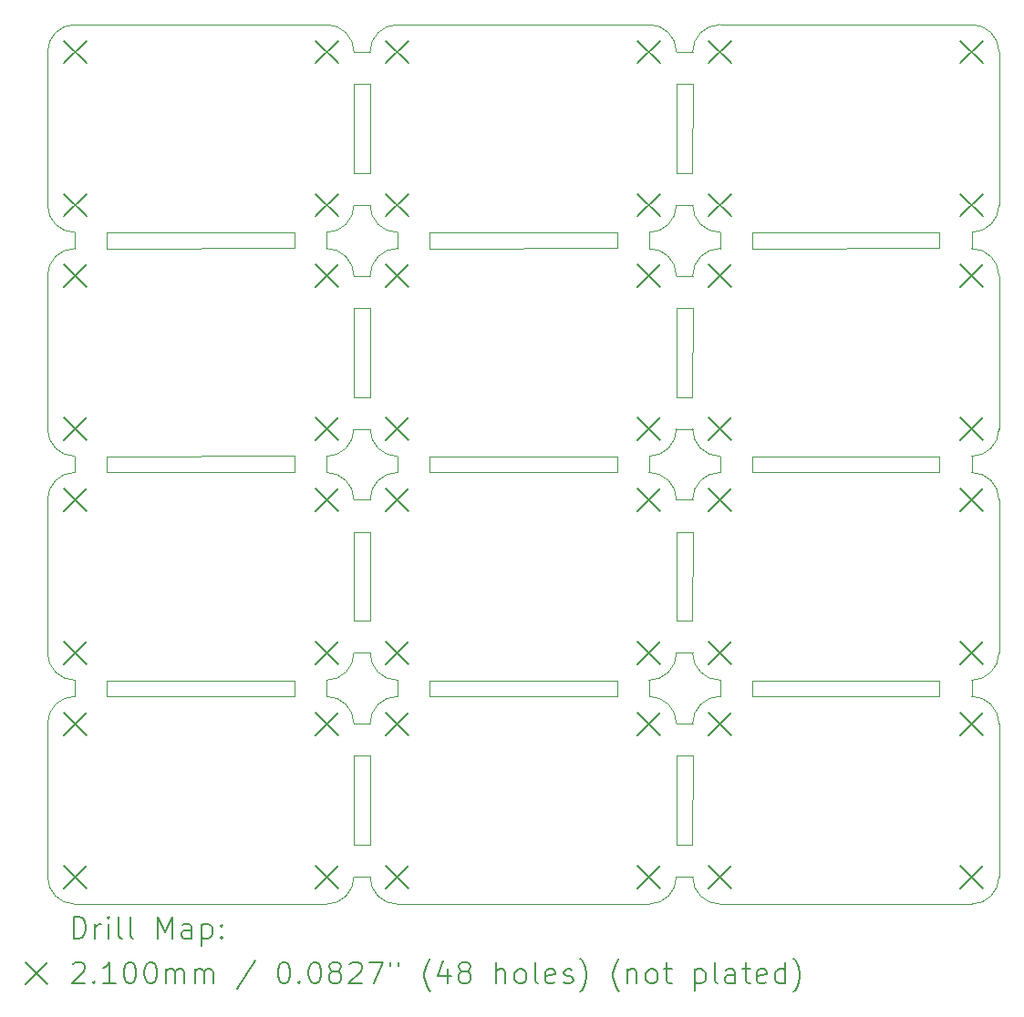
<source format=gbr>
%TF.GenerationSoftware,KiCad,Pcbnew,7.0.1*%
%TF.CreationDate,2025-06-25T09:37:54+07:00*%
%TF.ProjectId,panelize_2,70616e65-6c69-47a6-955f-322e6b696361,rev?*%
%TF.SameCoordinates,Original*%
%TF.FileFunction,Drillmap*%
%TF.FilePolarity,Positive*%
%FSLAX45Y45*%
G04 Gerber Fmt 4.5, Leading zero omitted, Abs format (unit mm)*
G04 Created by KiCad (PCBNEW 7.0.1) date 2025-06-25 09:37:54*
%MOMM*%
%LPD*%
G01*
G04 APERTURE LIST*
%ADD10C,0.100000*%
%ADD11C,0.200000*%
%ADD12C,0.210000*%
G04 APERTURE END LIST*
D10*
X16010600Y-12467400D02*
X17752200Y-12466000D01*
X12465000Y-9006000D02*
X12463400Y-9833200D01*
X12316400Y-9833200D02*
X12315000Y-9006000D01*
X15458200Y-9833200D02*
X15459800Y-9006000D01*
X15309800Y-9006000D02*
X15311200Y-9833200D01*
X17752200Y-10385600D02*
X16010600Y-10387000D01*
X16010600Y-10534000D02*
X17752200Y-10532600D01*
X10021000Y-10387000D02*
X11762600Y-10382600D01*
X11762600Y-10532600D02*
X10021000Y-10534000D01*
X14757400Y-10385600D02*
X13015800Y-10387000D01*
X13015800Y-10534000D02*
X14757400Y-10532600D01*
X12463400Y-11913600D02*
X12465000Y-11086400D01*
X12315000Y-11086400D02*
X12316400Y-11913600D01*
X10021000Y-12467400D02*
X11762600Y-12463000D01*
X10021000Y-12614400D02*
X11762600Y-12613000D01*
X12463400Y-13994000D02*
X12465000Y-13166800D01*
X12315000Y-13166800D02*
X12316400Y-13994000D01*
X13015800Y-12467400D02*
X14757400Y-12466000D01*
X13015800Y-12614400D02*
X14757400Y-12613000D01*
X15458200Y-11913600D02*
X15459800Y-11086400D01*
X15309800Y-11086400D02*
X15311200Y-11913600D01*
X16010600Y-12614400D02*
X17752200Y-12613000D01*
X15459800Y-13166800D02*
X15458200Y-13994000D01*
X15311200Y-13994000D02*
X15309800Y-13166800D01*
X16010600Y-14547800D02*
X17752200Y-14546400D01*
X16010600Y-14694800D02*
X17752200Y-14693400D01*
X15459800Y-15247200D02*
X15458200Y-16074400D01*
X15309800Y-15247200D02*
X15311200Y-16074400D01*
X14757400Y-14693400D02*
X13015800Y-14694800D01*
X13015800Y-14547800D02*
X14757400Y-14546400D01*
X12463400Y-16074400D02*
X12462000Y-15247200D01*
X12312000Y-15247200D02*
X12316400Y-16074400D01*
X11762600Y-14546400D02*
X10021000Y-14547800D01*
X10021000Y-14694800D02*
X11762600Y-14693400D01*
X12060200Y-16626000D02*
X9723400Y-16626000D01*
X14757400Y-10532600D02*
X14757400Y-10385600D01*
X15055000Y-10384800D02*
X15055000Y-10534800D01*
X14757400Y-12613000D02*
X14757400Y-12466000D01*
X15055000Y-12465200D02*
X15055000Y-12615200D01*
X14757400Y-14693400D02*
X14757400Y-14546400D01*
X15055000Y-14545600D02*
X15055000Y-14695600D01*
X15309000Y-14949600D02*
X15459000Y-14949600D01*
X15459800Y-15247200D02*
X15309800Y-15247200D01*
X15309000Y-12869200D02*
X15459000Y-12869200D01*
X15459800Y-13166800D02*
X15309800Y-13166800D01*
X15309000Y-10788800D02*
X15459000Y-10788800D01*
X15459800Y-11086400D02*
X15309800Y-11086400D01*
X15309000Y-8708400D02*
X15459000Y-8708400D01*
X15459800Y-9006000D02*
X15309800Y-9006000D01*
X12314200Y-8708400D02*
X12464200Y-8708400D01*
X12465000Y-9006000D02*
X12315000Y-9006000D01*
X12314200Y-10788800D02*
X12464200Y-10788800D01*
X12465000Y-11086400D02*
X12315000Y-11086400D01*
X12314200Y-12869200D02*
X12464200Y-12869200D01*
X12465000Y-13166800D02*
X12315000Y-13166800D01*
X12314200Y-14949600D02*
X12464200Y-14949600D01*
X12462000Y-15247200D02*
X12312000Y-15247200D01*
X15311200Y-16074400D02*
X15458200Y-16074400D01*
X15459000Y-16372000D02*
X15309000Y-16372000D01*
X15311200Y-13994000D02*
X15458200Y-13994000D01*
X15459000Y-14291600D02*
X15309000Y-14291600D01*
X15311200Y-11913600D02*
X15458200Y-11913600D01*
X15459000Y-12211200D02*
X15309000Y-12211200D01*
X15311200Y-9833200D02*
X15458200Y-9833200D01*
X15459000Y-10130800D02*
X15309000Y-10130800D01*
X12316400Y-9833200D02*
X12463400Y-9833200D01*
X12464200Y-10130800D02*
X12314200Y-10130800D01*
X12316400Y-11913600D02*
X12463400Y-11913600D01*
X12464200Y-12211200D02*
X12314200Y-12211200D01*
X12316400Y-13994000D02*
X12463400Y-13994000D01*
X12464200Y-14291600D02*
X12314200Y-14291600D01*
X12316400Y-16074400D02*
X12463400Y-16074400D01*
X12464200Y-16372000D02*
X12314200Y-16372000D01*
X17752200Y-14693400D02*
X17752200Y-14546400D01*
X18049800Y-14545600D02*
X18049800Y-14695600D01*
X17752200Y-12613000D02*
X17752200Y-12466000D01*
X18049800Y-12465200D02*
X18049800Y-12615200D01*
X17752200Y-10532600D02*
X17752200Y-10385600D01*
X18049800Y-10384800D02*
X18049800Y-10534800D01*
X16010600Y-10387000D02*
X16010600Y-10534000D01*
X15713000Y-10534800D02*
X15713000Y-10384800D01*
X16010600Y-12467400D02*
X16010600Y-12614400D01*
X15713000Y-12615200D02*
X15713000Y-12465200D01*
X16010600Y-14547800D02*
X16010600Y-14694800D01*
X15713000Y-14695600D02*
X15713000Y-14545600D01*
X13015800Y-14547800D02*
X13015800Y-14694800D01*
X12718200Y-14695600D02*
X12718200Y-14545600D01*
X13015800Y-12467400D02*
X13015800Y-12614400D01*
X12718200Y-12615200D02*
X12718200Y-12465200D01*
X13015800Y-10387000D02*
X13015800Y-10534000D01*
X12718200Y-10534800D02*
X12718200Y-10384800D01*
X11762600Y-14693400D02*
X11762600Y-14546400D01*
X12060200Y-14545600D02*
X12060200Y-14695600D01*
X10021000Y-14547800D02*
X10021000Y-14694800D01*
X9723400Y-14695600D02*
X9723400Y-14545600D01*
X10021000Y-12467400D02*
X10021000Y-12614400D01*
X9723400Y-12615200D02*
X9723400Y-12465200D01*
X12060200Y-12465200D02*
X12060200Y-12615200D01*
X11762600Y-12613000D02*
X11762600Y-12463000D01*
X12060200Y-10384800D02*
X12060200Y-10534800D01*
X11762600Y-10532600D02*
X11762600Y-10382600D01*
X10021000Y-10387000D02*
X10021000Y-10534000D01*
X9723400Y-10534800D02*
X9723400Y-10384800D01*
X15713000Y-14695600D02*
G75*
G03*
X15459000Y-14949600I0J-254000D01*
G01*
X18303800Y-14949600D02*
G75*
G03*
X18049800Y-14695600I-254000J0D01*
G01*
X15459000Y-16372000D02*
G75*
G03*
X15713000Y-16626000I254000J0D01*
G01*
X18049800Y-16626000D02*
G75*
G03*
X18303800Y-16372000I0J254000D01*
G01*
X18049800Y-16626000D02*
X15713000Y-16626000D01*
X18303800Y-14949600D02*
X18303800Y-16372000D01*
X12718200Y-14695600D02*
G75*
G03*
X12464200Y-14949600I0J-254000D01*
G01*
X15309000Y-14949600D02*
G75*
G03*
X15055000Y-14695600I-254000J0D01*
G01*
X12464200Y-16372000D02*
G75*
G03*
X12718200Y-16626000I254000J0D01*
G01*
X15055000Y-16626000D02*
G75*
G03*
X15309000Y-16372000I0J254000D01*
G01*
X15055000Y-16626000D02*
X12718200Y-16626000D01*
X9723400Y-14695600D02*
G75*
G03*
X9469400Y-14949600I0J-254000D01*
G01*
X12314200Y-14949600D02*
G75*
G03*
X12060200Y-14695600I-254000J0D01*
G01*
X9469400Y-16372000D02*
G75*
G03*
X9723400Y-16626000I254000J0D01*
G01*
X12060200Y-16626000D02*
G75*
G03*
X12314200Y-16372000I0J254000D01*
G01*
X9469400Y-16372000D02*
X9469400Y-14949600D01*
X15713000Y-12615200D02*
G75*
G03*
X15459000Y-12869200I0J-254000D01*
G01*
X18303800Y-12869200D02*
G75*
G03*
X18049800Y-12615200I-254000J0D01*
G01*
X15459000Y-14291600D02*
G75*
G03*
X15713000Y-14545600I254000J0D01*
G01*
X18049800Y-14545600D02*
G75*
G03*
X18303800Y-14291600I0J254000D01*
G01*
X18303800Y-12869200D02*
X18303800Y-14291600D01*
X12718200Y-12615200D02*
G75*
G03*
X12464200Y-12869200I0J-254000D01*
G01*
X15309000Y-12869200D02*
G75*
G03*
X15055000Y-12615200I-254000J0D01*
G01*
X12464200Y-14291600D02*
G75*
G03*
X12718200Y-14545600I254000J0D01*
G01*
X15055000Y-14545600D02*
G75*
G03*
X15309000Y-14291600I0J254000D01*
G01*
X9723400Y-12615200D02*
G75*
G03*
X9469400Y-12869200I0J-254000D01*
G01*
X12314200Y-12869200D02*
G75*
G03*
X12060200Y-12615200I-254000J0D01*
G01*
X9469400Y-14291600D02*
G75*
G03*
X9723400Y-14545600I254000J0D01*
G01*
X12060200Y-14545600D02*
G75*
G03*
X12314200Y-14291600I0J254000D01*
G01*
X9469400Y-14291600D02*
X9469400Y-12869200D01*
X15713000Y-10534800D02*
G75*
G03*
X15459000Y-10788800I0J-254000D01*
G01*
X18303800Y-10788800D02*
G75*
G03*
X18049800Y-10534800I-254000J0D01*
G01*
X15459000Y-12211200D02*
G75*
G03*
X15713000Y-12465200I254000J0D01*
G01*
X18049800Y-12465200D02*
G75*
G03*
X18303800Y-12211200I0J254000D01*
G01*
X18303800Y-10788800D02*
X18303800Y-12211200D01*
X12718200Y-10534800D02*
G75*
G03*
X12464200Y-10788800I0J-254000D01*
G01*
X15309000Y-10788800D02*
G75*
G03*
X15055000Y-10534800I-254000J0D01*
G01*
X12464200Y-12211200D02*
G75*
G03*
X12718200Y-12465200I254000J0D01*
G01*
X15055000Y-12465200D02*
G75*
G03*
X15309000Y-12211200I0J254000D01*
G01*
X9723400Y-10534800D02*
G75*
G03*
X9469400Y-10788800I0J-254000D01*
G01*
X12314200Y-10788800D02*
G75*
G03*
X12060200Y-10534800I-254000J0D01*
G01*
X9469400Y-12211200D02*
G75*
G03*
X9723400Y-12465200I254000J0D01*
G01*
X12060200Y-12465200D02*
G75*
G03*
X12314200Y-12211200I0J254000D01*
G01*
X9469400Y-12211200D02*
X9469400Y-10788800D01*
X15713000Y-8454400D02*
G75*
G03*
X15459000Y-8708400I0J-254000D01*
G01*
X18303800Y-8708400D02*
G75*
G03*
X18049800Y-8454400I-254000J0D01*
G01*
X15459000Y-10130800D02*
G75*
G03*
X15713000Y-10384800I254000J0D01*
G01*
X18049800Y-10384800D02*
G75*
G03*
X18303800Y-10130800I0J254000D01*
G01*
X15713000Y-8454400D02*
X18049800Y-8454400D01*
X18303800Y-8708400D02*
X18303800Y-10130800D01*
X12718200Y-8454400D02*
G75*
G03*
X12464200Y-8708400I0J-254000D01*
G01*
X15309000Y-8708400D02*
G75*
G03*
X15055000Y-8454400I-254000J0D01*
G01*
X12464200Y-10130800D02*
G75*
G03*
X12718200Y-10384800I254000J0D01*
G01*
X15055000Y-10384800D02*
G75*
G03*
X15309000Y-10130800I0J254000D01*
G01*
X12718200Y-8454400D02*
X15055000Y-8454400D01*
X12314200Y-8708400D02*
G75*
G03*
X12060200Y-8454400I-254000J0D01*
G01*
X12060200Y-10384800D02*
G75*
G03*
X12314200Y-10130800I0J254000D01*
G01*
X9469400Y-10130800D02*
X9469400Y-8708400D01*
X9723400Y-8454400D02*
X12060200Y-8454400D01*
X9723400Y-8454400D02*
G75*
G03*
X9469400Y-8708400I0J-254000D01*
G01*
X9469400Y-10130800D02*
G75*
G03*
X9723400Y-10384800I254000J0D01*
G01*
D11*
D12*
X9618400Y-8603400D02*
X9828400Y-8813400D01*
X9828400Y-8603400D02*
X9618400Y-8813400D01*
X9618400Y-10025800D02*
X9828400Y-10235800D01*
X9828400Y-10025800D02*
X9618400Y-10235800D01*
X9618400Y-10683800D02*
X9828400Y-10893800D01*
X9828400Y-10683800D02*
X9618400Y-10893800D01*
X9618400Y-12106200D02*
X9828400Y-12316200D01*
X9828400Y-12106200D02*
X9618400Y-12316200D01*
X9618400Y-12764200D02*
X9828400Y-12974200D01*
X9828400Y-12764200D02*
X9618400Y-12974200D01*
X9618400Y-14186600D02*
X9828400Y-14396600D01*
X9828400Y-14186600D02*
X9618400Y-14396600D01*
X9618400Y-14844600D02*
X9828400Y-15054600D01*
X9828400Y-14844600D02*
X9618400Y-15054600D01*
X9618400Y-16267000D02*
X9828400Y-16477000D01*
X9828400Y-16267000D02*
X9618400Y-16477000D01*
X11955200Y-8603400D02*
X12165200Y-8813400D01*
X12165200Y-8603400D02*
X11955200Y-8813400D01*
X11955200Y-10025800D02*
X12165200Y-10235800D01*
X12165200Y-10025800D02*
X11955200Y-10235800D01*
X11955200Y-10683800D02*
X12165200Y-10893800D01*
X12165200Y-10683800D02*
X11955200Y-10893800D01*
X11955200Y-12106200D02*
X12165200Y-12316200D01*
X12165200Y-12106200D02*
X11955200Y-12316200D01*
X11955200Y-12764200D02*
X12165200Y-12974200D01*
X12165200Y-12764200D02*
X11955200Y-12974200D01*
X11955200Y-14186600D02*
X12165200Y-14396600D01*
X12165200Y-14186600D02*
X11955200Y-14396600D01*
X11955200Y-14844600D02*
X12165200Y-15054600D01*
X12165200Y-14844600D02*
X11955200Y-15054600D01*
X11955200Y-16267000D02*
X12165200Y-16477000D01*
X12165200Y-16267000D02*
X11955200Y-16477000D01*
X12613200Y-8603400D02*
X12823200Y-8813400D01*
X12823200Y-8603400D02*
X12613200Y-8813400D01*
X12613200Y-10025800D02*
X12823200Y-10235800D01*
X12823200Y-10025800D02*
X12613200Y-10235800D01*
X12613200Y-10683800D02*
X12823200Y-10893800D01*
X12823200Y-10683800D02*
X12613200Y-10893800D01*
X12613200Y-12106200D02*
X12823200Y-12316200D01*
X12823200Y-12106200D02*
X12613200Y-12316200D01*
X12613200Y-12764200D02*
X12823200Y-12974200D01*
X12823200Y-12764200D02*
X12613200Y-12974200D01*
X12613200Y-14186600D02*
X12823200Y-14396600D01*
X12823200Y-14186600D02*
X12613200Y-14396600D01*
X12613200Y-14844600D02*
X12823200Y-15054600D01*
X12823200Y-14844600D02*
X12613200Y-15054600D01*
X12613200Y-16267000D02*
X12823200Y-16477000D01*
X12823200Y-16267000D02*
X12613200Y-16477000D01*
X14950000Y-8603400D02*
X15160000Y-8813400D01*
X15160000Y-8603400D02*
X14950000Y-8813400D01*
X14950000Y-10025800D02*
X15160000Y-10235800D01*
X15160000Y-10025800D02*
X14950000Y-10235800D01*
X14950000Y-10683800D02*
X15160000Y-10893800D01*
X15160000Y-10683800D02*
X14950000Y-10893800D01*
X14950000Y-12106200D02*
X15160000Y-12316200D01*
X15160000Y-12106200D02*
X14950000Y-12316200D01*
X14950000Y-12764200D02*
X15160000Y-12974200D01*
X15160000Y-12764200D02*
X14950000Y-12974200D01*
X14950000Y-14186600D02*
X15160000Y-14396600D01*
X15160000Y-14186600D02*
X14950000Y-14396600D01*
X14950000Y-14844600D02*
X15160000Y-15054600D01*
X15160000Y-14844600D02*
X14950000Y-15054600D01*
X14950000Y-16267000D02*
X15160000Y-16477000D01*
X15160000Y-16267000D02*
X14950000Y-16477000D01*
X15608000Y-8603400D02*
X15818000Y-8813400D01*
X15818000Y-8603400D02*
X15608000Y-8813400D01*
X15608000Y-10025800D02*
X15818000Y-10235800D01*
X15818000Y-10025800D02*
X15608000Y-10235800D01*
X15608000Y-10683800D02*
X15818000Y-10893800D01*
X15818000Y-10683800D02*
X15608000Y-10893800D01*
X15608000Y-12106200D02*
X15818000Y-12316200D01*
X15818000Y-12106200D02*
X15608000Y-12316200D01*
X15608000Y-12764200D02*
X15818000Y-12974200D01*
X15818000Y-12764200D02*
X15608000Y-12974200D01*
X15608000Y-14186600D02*
X15818000Y-14396600D01*
X15818000Y-14186600D02*
X15608000Y-14396600D01*
X15608000Y-14844600D02*
X15818000Y-15054600D01*
X15818000Y-14844600D02*
X15608000Y-15054600D01*
X15608000Y-16267000D02*
X15818000Y-16477000D01*
X15818000Y-16267000D02*
X15608000Y-16477000D01*
X17944800Y-8603400D02*
X18154800Y-8813400D01*
X18154800Y-8603400D02*
X17944800Y-8813400D01*
X17944800Y-10025800D02*
X18154800Y-10235800D01*
X18154800Y-10025800D02*
X17944800Y-10235800D01*
X17944800Y-10683800D02*
X18154800Y-10893800D01*
X18154800Y-10683800D02*
X17944800Y-10893800D01*
X17944800Y-12106200D02*
X18154800Y-12316200D01*
X18154800Y-12106200D02*
X17944800Y-12316200D01*
X17944800Y-12764200D02*
X18154800Y-12974200D01*
X18154800Y-12764200D02*
X17944800Y-12974200D01*
X17944800Y-14186600D02*
X18154800Y-14396600D01*
X18154800Y-14186600D02*
X17944800Y-14396600D01*
X17944800Y-14844600D02*
X18154800Y-15054600D01*
X18154800Y-14844600D02*
X17944800Y-15054600D01*
X17944800Y-16267000D02*
X18154800Y-16477000D01*
X18154800Y-16267000D02*
X17944800Y-16477000D01*
D11*
X9712019Y-16943524D02*
X9712019Y-16743524D01*
X9712019Y-16743524D02*
X9759638Y-16743524D01*
X9759638Y-16743524D02*
X9788210Y-16753048D01*
X9788210Y-16753048D02*
X9807257Y-16772095D01*
X9807257Y-16772095D02*
X9816781Y-16791143D01*
X9816781Y-16791143D02*
X9826305Y-16829238D01*
X9826305Y-16829238D02*
X9826305Y-16857810D01*
X9826305Y-16857810D02*
X9816781Y-16895905D01*
X9816781Y-16895905D02*
X9807257Y-16914952D01*
X9807257Y-16914952D02*
X9788210Y-16934000D01*
X9788210Y-16934000D02*
X9759638Y-16943524D01*
X9759638Y-16943524D02*
X9712019Y-16943524D01*
X9912019Y-16943524D02*
X9912019Y-16810190D01*
X9912019Y-16848286D02*
X9921543Y-16829238D01*
X9921543Y-16829238D02*
X9931067Y-16819714D01*
X9931067Y-16819714D02*
X9950114Y-16810190D01*
X9950114Y-16810190D02*
X9969162Y-16810190D01*
X10035829Y-16943524D02*
X10035829Y-16810190D01*
X10035829Y-16743524D02*
X10026305Y-16753048D01*
X10026305Y-16753048D02*
X10035829Y-16762571D01*
X10035829Y-16762571D02*
X10045352Y-16753048D01*
X10045352Y-16753048D02*
X10035829Y-16743524D01*
X10035829Y-16743524D02*
X10035829Y-16762571D01*
X10159638Y-16943524D02*
X10140590Y-16934000D01*
X10140590Y-16934000D02*
X10131067Y-16914952D01*
X10131067Y-16914952D02*
X10131067Y-16743524D01*
X10264400Y-16943524D02*
X10245352Y-16934000D01*
X10245352Y-16934000D02*
X10235829Y-16914952D01*
X10235829Y-16914952D02*
X10235829Y-16743524D01*
X10492971Y-16943524D02*
X10492971Y-16743524D01*
X10492971Y-16743524D02*
X10559638Y-16886381D01*
X10559638Y-16886381D02*
X10626305Y-16743524D01*
X10626305Y-16743524D02*
X10626305Y-16943524D01*
X10807257Y-16943524D02*
X10807257Y-16838762D01*
X10807257Y-16838762D02*
X10797733Y-16819714D01*
X10797733Y-16819714D02*
X10778686Y-16810190D01*
X10778686Y-16810190D02*
X10740590Y-16810190D01*
X10740590Y-16810190D02*
X10721543Y-16819714D01*
X10807257Y-16934000D02*
X10788210Y-16943524D01*
X10788210Y-16943524D02*
X10740590Y-16943524D01*
X10740590Y-16943524D02*
X10721543Y-16934000D01*
X10721543Y-16934000D02*
X10712019Y-16914952D01*
X10712019Y-16914952D02*
X10712019Y-16895905D01*
X10712019Y-16895905D02*
X10721543Y-16876857D01*
X10721543Y-16876857D02*
X10740590Y-16867333D01*
X10740590Y-16867333D02*
X10788210Y-16867333D01*
X10788210Y-16867333D02*
X10807257Y-16857810D01*
X10902495Y-16810190D02*
X10902495Y-17010190D01*
X10902495Y-16819714D02*
X10921543Y-16810190D01*
X10921543Y-16810190D02*
X10959638Y-16810190D01*
X10959638Y-16810190D02*
X10978686Y-16819714D01*
X10978686Y-16819714D02*
X10988210Y-16829238D01*
X10988210Y-16829238D02*
X10997733Y-16848286D01*
X10997733Y-16848286D02*
X10997733Y-16905429D01*
X10997733Y-16905429D02*
X10988210Y-16924476D01*
X10988210Y-16924476D02*
X10978686Y-16934000D01*
X10978686Y-16934000D02*
X10959638Y-16943524D01*
X10959638Y-16943524D02*
X10921543Y-16943524D01*
X10921543Y-16943524D02*
X10902495Y-16934000D01*
X11083448Y-16924476D02*
X11092971Y-16934000D01*
X11092971Y-16934000D02*
X11083448Y-16943524D01*
X11083448Y-16943524D02*
X11073924Y-16934000D01*
X11073924Y-16934000D02*
X11083448Y-16924476D01*
X11083448Y-16924476D02*
X11083448Y-16943524D01*
X11083448Y-16819714D02*
X11092971Y-16829238D01*
X11092971Y-16829238D02*
X11083448Y-16838762D01*
X11083448Y-16838762D02*
X11073924Y-16829238D01*
X11073924Y-16829238D02*
X11083448Y-16819714D01*
X11083448Y-16819714D02*
X11083448Y-16838762D01*
X9264400Y-17171000D02*
X9464400Y-17371000D01*
X9464400Y-17171000D02*
X9264400Y-17371000D01*
X9702495Y-17182571D02*
X9712019Y-17173048D01*
X9712019Y-17173048D02*
X9731067Y-17163524D01*
X9731067Y-17163524D02*
X9778686Y-17163524D01*
X9778686Y-17163524D02*
X9797733Y-17173048D01*
X9797733Y-17173048D02*
X9807257Y-17182571D01*
X9807257Y-17182571D02*
X9816781Y-17201619D01*
X9816781Y-17201619D02*
X9816781Y-17220667D01*
X9816781Y-17220667D02*
X9807257Y-17249238D01*
X9807257Y-17249238D02*
X9692971Y-17363524D01*
X9692971Y-17363524D02*
X9816781Y-17363524D01*
X9902495Y-17344476D02*
X9912019Y-17354000D01*
X9912019Y-17354000D02*
X9902495Y-17363524D01*
X9902495Y-17363524D02*
X9892971Y-17354000D01*
X9892971Y-17354000D02*
X9902495Y-17344476D01*
X9902495Y-17344476D02*
X9902495Y-17363524D01*
X10102495Y-17363524D02*
X9988210Y-17363524D01*
X10045352Y-17363524D02*
X10045352Y-17163524D01*
X10045352Y-17163524D02*
X10026305Y-17192095D01*
X10026305Y-17192095D02*
X10007257Y-17211143D01*
X10007257Y-17211143D02*
X9988210Y-17220667D01*
X10226305Y-17163524D02*
X10245352Y-17163524D01*
X10245352Y-17163524D02*
X10264400Y-17173048D01*
X10264400Y-17173048D02*
X10273924Y-17182571D01*
X10273924Y-17182571D02*
X10283448Y-17201619D01*
X10283448Y-17201619D02*
X10292971Y-17239714D01*
X10292971Y-17239714D02*
X10292971Y-17287333D01*
X10292971Y-17287333D02*
X10283448Y-17325429D01*
X10283448Y-17325429D02*
X10273924Y-17344476D01*
X10273924Y-17344476D02*
X10264400Y-17354000D01*
X10264400Y-17354000D02*
X10245352Y-17363524D01*
X10245352Y-17363524D02*
X10226305Y-17363524D01*
X10226305Y-17363524D02*
X10207257Y-17354000D01*
X10207257Y-17354000D02*
X10197733Y-17344476D01*
X10197733Y-17344476D02*
X10188210Y-17325429D01*
X10188210Y-17325429D02*
X10178686Y-17287333D01*
X10178686Y-17287333D02*
X10178686Y-17239714D01*
X10178686Y-17239714D02*
X10188210Y-17201619D01*
X10188210Y-17201619D02*
X10197733Y-17182571D01*
X10197733Y-17182571D02*
X10207257Y-17173048D01*
X10207257Y-17173048D02*
X10226305Y-17163524D01*
X10416781Y-17163524D02*
X10435829Y-17163524D01*
X10435829Y-17163524D02*
X10454876Y-17173048D01*
X10454876Y-17173048D02*
X10464400Y-17182571D01*
X10464400Y-17182571D02*
X10473924Y-17201619D01*
X10473924Y-17201619D02*
X10483448Y-17239714D01*
X10483448Y-17239714D02*
X10483448Y-17287333D01*
X10483448Y-17287333D02*
X10473924Y-17325429D01*
X10473924Y-17325429D02*
X10464400Y-17344476D01*
X10464400Y-17344476D02*
X10454876Y-17354000D01*
X10454876Y-17354000D02*
X10435829Y-17363524D01*
X10435829Y-17363524D02*
X10416781Y-17363524D01*
X10416781Y-17363524D02*
X10397733Y-17354000D01*
X10397733Y-17354000D02*
X10388210Y-17344476D01*
X10388210Y-17344476D02*
X10378686Y-17325429D01*
X10378686Y-17325429D02*
X10369162Y-17287333D01*
X10369162Y-17287333D02*
X10369162Y-17239714D01*
X10369162Y-17239714D02*
X10378686Y-17201619D01*
X10378686Y-17201619D02*
X10388210Y-17182571D01*
X10388210Y-17182571D02*
X10397733Y-17173048D01*
X10397733Y-17173048D02*
X10416781Y-17163524D01*
X10569162Y-17363524D02*
X10569162Y-17230190D01*
X10569162Y-17249238D02*
X10578686Y-17239714D01*
X10578686Y-17239714D02*
X10597733Y-17230190D01*
X10597733Y-17230190D02*
X10626305Y-17230190D01*
X10626305Y-17230190D02*
X10645352Y-17239714D01*
X10645352Y-17239714D02*
X10654876Y-17258762D01*
X10654876Y-17258762D02*
X10654876Y-17363524D01*
X10654876Y-17258762D02*
X10664400Y-17239714D01*
X10664400Y-17239714D02*
X10683448Y-17230190D01*
X10683448Y-17230190D02*
X10712019Y-17230190D01*
X10712019Y-17230190D02*
X10731067Y-17239714D01*
X10731067Y-17239714D02*
X10740591Y-17258762D01*
X10740591Y-17258762D02*
X10740591Y-17363524D01*
X10835829Y-17363524D02*
X10835829Y-17230190D01*
X10835829Y-17249238D02*
X10845352Y-17239714D01*
X10845352Y-17239714D02*
X10864400Y-17230190D01*
X10864400Y-17230190D02*
X10892972Y-17230190D01*
X10892972Y-17230190D02*
X10912019Y-17239714D01*
X10912019Y-17239714D02*
X10921543Y-17258762D01*
X10921543Y-17258762D02*
X10921543Y-17363524D01*
X10921543Y-17258762D02*
X10931067Y-17239714D01*
X10931067Y-17239714D02*
X10950114Y-17230190D01*
X10950114Y-17230190D02*
X10978686Y-17230190D01*
X10978686Y-17230190D02*
X10997733Y-17239714D01*
X10997733Y-17239714D02*
X11007257Y-17258762D01*
X11007257Y-17258762D02*
X11007257Y-17363524D01*
X11397733Y-17154000D02*
X11226305Y-17411143D01*
X11654876Y-17163524D02*
X11673924Y-17163524D01*
X11673924Y-17163524D02*
X11692972Y-17173048D01*
X11692972Y-17173048D02*
X11702495Y-17182571D01*
X11702495Y-17182571D02*
X11712019Y-17201619D01*
X11712019Y-17201619D02*
X11721543Y-17239714D01*
X11721543Y-17239714D02*
X11721543Y-17287333D01*
X11721543Y-17287333D02*
X11712019Y-17325429D01*
X11712019Y-17325429D02*
X11702495Y-17344476D01*
X11702495Y-17344476D02*
X11692972Y-17354000D01*
X11692972Y-17354000D02*
X11673924Y-17363524D01*
X11673924Y-17363524D02*
X11654876Y-17363524D01*
X11654876Y-17363524D02*
X11635829Y-17354000D01*
X11635829Y-17354000D02*
X11626305Y-17344476D01*
X11626305Y-17344476D02*
X11616781Y-17325429D01*
X11616781Y-17325429D02*
X11607257Y-17287333D01*
X11607257Y-17287333D02*
X11607257Y-17239714D01*
X11607257Y-17239714D02*
X11616781Y-17201619D01*
X11616781Y-17201619D02*
X11626305Y-17182571D01*
X11626305Y-17182571D02*
X11635829Y-17173048D01*
X11635829Y-17173048D02*
X11654876Y-17163524D01*
X11807257Y-17344476D02*
X11816781Y-17354000D01*
X11816781Y-17354000D02*
X11807257Y-17363524D01*
X11807257Y-17363524D02*
X11797733Y-17354000D01*
X11797733Y-17354000D02*
X11807257Y-17344476D01*
X11807257Y-17344476D02*
X11807257Y-17363524D01*
X11940591Y-17163524D02*
X11959638Y-17163524D01*
X11959638Y-17163524D02*
X11978686Y-17173048D01*
X11978686Y-17173048D02*
X11988210Y-17182571D01*
X11988210Y-17182571D02*
X11997733Y-17201619D01*
X11997733Y-17201619D02*
X12007257Y-17239714D01*
X12007257Y-17239714D02*
X12007257Y-17287333D01*
X12007257Y-17287333D02*
X11997733Y-17325429D01*
X11997733Y-17325429D02*
X11988210Y-17344476D01*
X11988210Y-17344476D02*
X11978686Y-17354000D01*
X11978686Y-17354000D02*
X11959638Y-17363524D01*
X11959638Y-17363524D02*
X11940591Y-17363524D01*
X11940591Y-17363524D02*
X11921543Y-17354000D01*
X11921543Y-17354000D02*
X11912019Y-17344476D01*
X11912019Y-17344476D02*
X11902495Y-17325429D01*
X11902495Y-17325429D02*
X11892972Y-17287333D01*
X11892972Y-17287333D02*
X11892972Y-17239714D01*
X11892972Y-17239714D02*
X11902495Y-17201619D01*
X11902495Y-17201619D02*
X11912019Y-17182571D01*
X11912019Y-17182571D02*
X11921543Y-17173048D01*
X11921543Y-17173048D02*
X11940591Y-17163524D01*
X12121543Y-17249238D02*
X12102495Y-17239714D01*
X12102495Y-17239714D02*
X12092972Y-17230190D01*
X12092972Y-17230190D02*
X12083448Y-17211143D01*
X12083448Y-17211143D02*
X12083448Y-17201619D01*
X12083448Y-17201619D02*
X12092972Y-17182571D01*
X12092972Y-17182571D02*
X12102495Y-17173048D01*
X12102495Y-17173048D02*
X12121543Y-17163524D01*
X12121543Y-17163524D02*
X12159638Y-17163524D01*
X12159638Y-17163524D02*
X12178686Y-17173048D01*
X12178686Y-17173048D02*
X12188210Y-17182571D01*
X12188210Y-17182571D02*
X12197733Y-17201619D01*
X12197733Y-17201619D02*
X12197733Y-17211143D01*
X12197733Y-17211143D02*
X12188210Y-17230190D01*
X12188210Y-17230190D02*
X12178686Y-17239714D01*
X12178686Y-17239714D02*
X12159638Y-17249238D01*
X12159638Y-17249238D02*
X12121543Y-17249238D01*
X12121543Y-17249238D02*
X12102495Y-17258762D01*
X12102495Y-17258762D02*
X12092972Y-17268286D01*
X12092972Y-17268286D02*
X12083448Y-17287333D01*
X12083448Y-17287333D02*
X12083448Y-17325429D01*
X12083448Y-17325429D02*
X12092972Y-17344476D01*
X12092972Y-17344476D02*
X12102495Y-17354000D01*
X12102495Y-17354000D02*
X12121543Y-17363524D01*
X12121543Y-17363524D02*
X12159638Y-17363524D01*
X12159638Y-17363524D02*
X12178686Y-17354000D01*
X12178686Y-17354000D02*
X12188210Y-17344476D01*
X12188210Y-17344476D02*
X12197733Y-17325429D01*
X12197733Y-17325429D02*
X12197733Y-17287333D01*
X12197733Y-17287333D02*
X12188210Y-17268286D01*
X12188210Y-17268286D02*
X12178686Y-17258762D01*
X12178686Y-17258762D02*
X12159638Y-17249238D01*
X12273924Y-17182571D02*
X12283448Y-17173048D01*
X12283448Y-17173048D02*
X12302495Y-17163524D01*
X12302495Y-17163524D02*
X12350114Y-17163524D01*
X12350114Y-17163524D02*
X12369162Y-17173048D01*
X12369162Y-17173048D02*
X12378686Y-17182571D01*
X12378686Y-17182571D02*
X12388210Y-17201619D01*
X12388210Y-17201619D02*
X12388210Y-17220667D01*
X12388210Y-17220667D02*
X12378686Y-17249238D01*
X12378686Y-17249238D02*
X12264400Y-17363524D01*
X12264400Y-17363524D02*
X12388210Y-17363524D01*
X12454876Y-17163524D02*
X12588210Y-17163524D01*
X12588210Y-17163524D02*
X12502495Y-17363524D01*
X12654876Y-17163524D02*
X12654876Y-17201619D01*
X12731067Y-17163524D02*
X12731067Y-17201619D01*
X13026305Y-17439714D02*
X13016781Y-17430190D01*
X13016781Y-17430190D02*
X12997734Y-17401619D01*
X12997734Y-17401619D02*
X12988210Y-17382571D01*
X12988210Y-17382571D02*
X12978686Y-17354000D01*
X12978686Y-17354000D02*
X12969162Y-17306381D01*
X12969162Y-17306381D02*
X12969162Y-17268286D01*
X12969162Y-17268286D02*
X12978686Y-17220667D01*
X12978686Y-17220667D02*
X12988210Y-17192095D01*
X12988210Y-17192095D02*
X12997734Y-17173048D01*
X12997734Y-17173048D02*
X13016781Y-17144476D01*
X13016781Y-17144476D02*
X13026305Y-17134952D01*
X13188210Y-17230190D02*
X13188210Y-17363524D01*
X13140591Y-17154000D02*
X13092972Y-17296857D01*
X13092972Y-17296857D02*
X13216781Y-17296857D01*
X13321543Y-17249238D02*
X13302495Y-17239714D01*
X13302495Y-17239714D02*
X13292972Y-17230190D01*
X13292972Y-17230190D02*
X13283448Y-17211143D01*
X13283448Y-17211143D02*
X13283448Y-17201619D01*
X13283448Y-17201619D02*
X13292972Y-17182571D01*
X13292972Y-17182571D02*
X13302495Y-17173048D01*
X13302495Y-17173048D02*
X13321543Y-17163524D01*
X13321543Y-17163524D02*
X13359638Y-17163524D01*
X13359638Y-17163524D02*
X13378686Y-17173048D01*
X13378686Y-17173048D02*
X13388210Y-17182571D01*
X13388210Y-17182571D02*
X13397734Y-17201619D01*
X13397734Y-17201619D02*
X13397734Y-17211143D01*
X13397734Y-17211143D02*
X13388210Y-17230190D01*
X13388210Y-17230190D02*
X13378686Y-17239714D01*
X13378686Y-17239714D02*
X13359638Y-17249238D01*
X13359638Y-17249238D02*
X13321543Y-17249238D01*
X13321543Y-17249238D02*
X13302495Y-17258762D01*
X13302495Y-17258762D02*
X13292972Y-17268286D01*
X13292972Y-17268286D02*
X13283448Y-17287333D01*
X13283448Y-17287333D02*
X13283448Y-17325429D01*
X13283448Y-17325429D02*
X13292972Y-17344476D01*
X13292972Y-17344476D02*
X13302495Y-17354000D01*
X13302495Y-17354000D02*
X13321543Y-17363524D01*
X13321543Y-17363524D02*
X13359638Y-17363524D01*
X13359638Y-17363524D02*
X13378686Y-17354000D01*
X13378686Y-17354000D02*
X13388210Y-17344476D01*
X13388210Y-17344476D02*
X13397734Y-17325429D01*
X13397734Y-17325429D02*
X13397734Y-17287333D01*
X13397734Y-17287333D02*
X13388210Y-17268286D01*
X13388210Y-17268286D02*
X13378686Y-17258762D01*
X13378686Y-17258762D02*
X13359638Y-17249238D01*
X13635829Y-17363524D02*
X13635829Y-17163524D01*
X13721543Y-17363524D02*
X13721543Y-17258762D01*
X13721543Y-17258762D02*
X13712019Y-17239714D01*
X13712019Y-17239714D02*
X13692972Y-17230190D01*
X13692972Y-17230190D02*
X13664400Y-17230190D01*
X13664400Y-17230190D02*
X13645353Y-17239714D01*
X13645353Y-17239714D02*
X13635829Y-17249238D01*
X13845353Y-17363524D02*
X13826305Y-17354000D01*
X13826305Y-17354000D02*
X13816781Y-17344476D01*
X13816781Y-17344476D02*
X13807257Y-17325429D01*
X13807257Y-17325429D02*
X13807257Y-17268286D01*
X13807257Y-17268286D02*
X13816781Y-17249238D01*
X13816781Y-17249238D02*
X13826305Y-17239714D01*
X13826305Y-17239714D02*
X13845353Y-17230190D01*
X13845353Y-17230190D02*
X13873924Y-17230190D01*
X13873924Y-17230190D02*
X13892972Y-17239714D01*
X13892972Y-17239714D02*
X13902496Y-17249238D01*
X13902496Y-17249238D02*
X13912019Y-17268286D01*
X13912019Y-17268286D02*
X13912019Y-17325429D01*
X13912019Y-17325429D02*
X13902496Y-17344476D01*
X13902496Y-17344476D02*
X13892972Y-17354000D01*
X13892972Y-17354000D02*
X13873924Y-17363524D01*
X13873924Y-17363524D02*
X13845353Y-17363524D01*
X14026305Y-17363524D02*
X14007257Y-17354000D01*
X14007257Y-17354000D02*
X13997734Y-17334952D01*
X13997734Y-17334952D02*
X13997734Y-17163524D01*
X14178686Y-17354000D02*
X14159638Y-17363524D01*
X14159638Y-17363524D02*
X14121543Y-17363524D01*
X14121543Y-17363524D02*
X14102496Y-17354000D01*
X14102496Y-17354000D02*
X14092972Y-17334952D01*
X14092972Y-17334952D02*
X14092972Y-17258762D01*
X14092972Y-17258762D02*
X14102496Y-17239714D01*
X14102496Y-17239714D02*
X14121543Y-17230190D01*
X14121543Y-17230190D02*
X14159638Y-17230190D01*
X14159638Y-17230190D02*
X14178686Y-17239714D01*
X14178686Y-17239714D02*
X14188210Y-17258762D01*
X14188210Y-17258762D02*
X14188210Y-17277810D01*
X14188210Y-17277810D02*
X14092972Y-17296857D01*
X14264400Y-17354000D02*
X14283448Y-17363524D01*
X14283448Y-17363524D02*
X14321543Y-17363524D01*
X14321543Y-17363524D02*
X14340591Y-17354000D01*
X14340591Y-17354000D02*
X14350115Y-17334952D01*
X14350115Y-17334952D02*
X14350115Y-17325429D01*
X14350115Y-17325429D02*
X14340591Y-17306381D01*
X14340591Y-17306381D02*
X14321543Y-17296857D01*
X14321543Y-17296857D02*
X14292972Y-17296857D01*
X14292972Y-17296857D02*
X14273924Y-17287333D01*
X14273924Y-17287333D02*
X14264400Y-17268286D01*
X14264400Y-17268286D02*
X14264400Y-17258762D01*
X14264400Y-17258762D02*
X14273924Y-17239714D01*
X14273924Y-17239714D02*
X14292972Y-17230190D01*
X14292972Y-17230190D02*
X14321543Y-17230190D01*
X14321543Y-17230190D02*
X14340591Y-17239714D01*
X14416781Y-17439714D02*
X14426305Y-17430190D01*
X14426305Y-17430190D02*
X14445353Y-17401619D01*
X14445353Y-17401619D02*
X14454877Y-17382571D01*
X14454877Y-17382571D02*
X14464400Y-17354000D01*
X14464400Y-17354000D02*
X14473924Y-17306381D01*
X14473924Y-17306381D02*
X14473924Y-17268286D01*
X14473924Y-17268286D02*
X14464400Y-17220667D01*
X14464400Y-17220667D02*
X14454877Y-17192095D01*
X14454877Y-17192095D02*
X14445353Y-17173048D01*
X14445353Y-17173048D02*
X14426305Y-17144476D01*
X14426305Y-17144476D02*
X14416781Y-17134952D01*
X14778686Y-17439714D02*
X14769162Y-17430190D01*
X14769162Y-17430190D02*
X14750115Y-17401619D01*
X14750115Y-17401619D02*
X14740591Y-17382571D01*
X14740591Y-17382571D02*
X14731067Y-17354000D01*
X14731067Y-17354000D02*
X14721543Y-17306381D01*
X14721543Y-17306381D02*
X14721543Y-17268286D01*
X14721543Y-17268286D02*
X14731067Y-17220667D01*
X14731067Y-17220667D02*
X14740591Y-17192095D01*
X14740591Y-17192095D02*
X14750115Y-17173048D01*
X14750115Y-17173048D02*
X14769162Y-17144476D01*
X14769162Y-17144476D02*
X14778686Y-17134952D01*
X14854877Y-17230190D02*
X14854877Y-17363524D01*
X14854877Y-17249238D02*
X14864400Y-17239714D01*
X14864400Y-17239714D02*
X14883448Y-17230190D01*
X14883448Y-17230190D02*
X14912019Y-17230190D01*
X14912019Y-17230190D02*
X14931067Y-17239714D01*
X14931067Y-17239714D02*
X14940591Y-17258762D01*
X14940591Y-17258762D02*
X14940591Y-17363524D01*
X15064400Y-17363524D02*
X15045353Y-17354000D01*
X15045353Y-17354000D02*
X15035829Y-17344476D01*
X15035829Y-17344476D02*
X15026305Y-17325429D01*
X15026305Y-17325429D02*
X15026305Y-17268286D01*
X15026305Y-17268286D02*
X15035829Y-17249238D01*
X15035829Y-17249238D02*
X15045353Y-17239714D01*
X15045353Y-17239714D02*
X15064400Y-17230190D01*
X15064400Y-17230190D02*
X15092972Y-17230190D01*
X15092972Y-17230190D02*
X15112019Y-17239714D01*
X15112019Y-17239714D02*
X15121543Y-17249238D01*
X15121543Y-17249238D02*
X15131067Y-17268286D01*
X15131067Y-17268286D02*
X15131067Y-17325429D01*
X15131067Y-17325429D02*
X15121543Y-17344476D01*
X15121543Y-17344476D02*
X15112019Y-17354000D01*
X15112019Y-17354000D02*
X15092972Y-17363524D01*
X15092972Y-17363524D02*
X15064400Y-17363524D01*
X15188210Y-17230190D02*
X15264400Y-17230190D01*
X15216781Y-17163524D02*
X15216781Y-17334952D01*
X15216781Y-17334952D02*
X15226305Y-17354000D01*
X15226305Y-17354000D02*
X15245353Y-17363524D01*
X15245353Y-17363524D02*
X15264400Y-17363524D01*
X15483448Y-17230190D02*
X15483448Y-17430190D01*
X15483448Y-17239714D02*
X15502496Y-17230190D01*
X15502496Y-17230190D02*
X15540591Y-17230190D01*
X15540591Y-17230190D02*
X15559639Y-17239714D01*
X15559639Y-17239714D02*
X15569162Y-17249238D01*
X15569162Y-17249238D02*
X15578686Y-17268286D01*
X15578686Y-17268286D02*
X15578686Y-17325429D01*
X15578686Y-17325429D02*
X15569162Y-17344476D01*
X15569162Y-17344476D02*
X15559639Y-17354000D01*
X15559639Y-17354000D02*
X15540591Y-17363524D01*
X15540591Y-17363524D02*
X15502496Y-17363524D01*
X15502496Y-17363524D02*
X15483448Y-17354000D01*
X15692972Y-17363524D02*
X15673924Y-17354000D01*
X15673924Y-17354000D02*
X15664400Y-17334952D01*
X15664400Y-17334952D02*
X15664400Y-17163524D01*
X15854877Y-17363524D02*
X15854877Y-17258762D01*
X15854877Y-17258762D02*
X15845353Y-17239714D01*
X15845353Y-17239714D02*
X15826305Y-17230190D01*
X15826305Y-17230190D02*
X15788210Y-17230190D01*
X15788210Y-17230190D02*
X15769162Y-17239714D01*
X15854877Y-17354000D02*
X15835829Y-17363524D01*
X15835829Y-17363524D02*
X15788210Y-17363524D01*
X15788210Y-17363524D02*
X15769162Y-17354000D01*
X15769162Y-17354000D02*
X15759639Y-17334952D01*
X15759639Y-17334952D02*
X15759639Y-17315905D01*
X15759639Y-17315905D02*
X15769162Y-17296857D01*
X15769162Y-17296857D02*
X15788210Y-17287333D01*
X15788210Y-17287333D02*
X15835829Y-17287333D01*
X15835829Y-17287333D02*
X15854877Y-17277810D01*
X15921543Y-17230190D02*
X15997734Y-17230190D01*
X15950115Y-17163524D02*
X15950115Y-17334952D01*
X15950115Y-17334952D02*
X15959639Y-17354000D01*
X15959639Y-17354000D02*
X15978686Y-17363524D01*
X15978686Y-17363524D02*
X15997734Y-17363524D01*
X16140591Y-17354000D02*
X16121543Y-17363524D01*
X16121543Y-17363524D02*
X16083448Y-17363524D01*
X16083448Y-17363524D02*
X16064400Y-17354000D01*
X16064400Y-17354000D02*
X16054877Y-17334952D01*
X16054877Y-17334952D02*
X16054877Y-17258762D01*
X16054877Y-17258762D02*
X16064400Y-17239714D01*
X16064400Y-17239714D02*
X16083448Y-17230190D01*
X16083448Y-17230190D02*
X16121543Y-17230190D01*
X16121543Y-17230190D02*
X16140591Y-17239714D01*
X16140591Y-17239714D02*
X16150115Y-17258762D01*
X16150115Y-17258762D02*
X16150115Y-17277810D01*
X16150115Y-17277810D02*
X16054877Y-17296857D01*
X16321543Y-17363524D02*
X16321543Y-17163524D01*
X16321543Y-17354000D02*
X16302496Y-17363524D01*
X16302496Y-17363524D02*
X16264400Y-17363524D01*
X16264400Y-17363524D02*
X16245353Y-17354000D01*
X16245353Y-17354000D02*
X16235829Y-17344476D01*
X16235829Y-17344476D02*
X16226305Y-17325429D01*
X16226305Y-17325429D02*
X16226305Y-17268286D01*
X16226305Y-17268286D02*
X16235829Y-17249238D01*
X16235829Y-17249238D02*
X16245353Y-17239714D01*
X16245353Y-17239714D02*
X16264400Y-17230190D01*
X16264400Y-17230190D02*
X16302496Y-17230190D01*
X16302496Y-17230190D02*
X16321543Y-17239714D01*
X16397734Y-17439714D02*
X16407258Y-17430190D01*
X16407258Y-17430190D02*
X16426305Y-17401619D01*
X16426305Y-17401619D02*
X16435829Y-17382571D01*
X16435829Y-17382571D02*
X16445353Y-17354000D01*
X16445353Y-17354000D02*
X16454877Y-17306381D01*
X16454877Y-17306381D02*
X16454877Y-17268286D01*
X16454877Y-17268286D02*
X16445353Y-17220667D01*
X16445353Y-17220667D02*
X16435829Y-17192095D01*
X16435829Y-17192095D02*
X16426305Y-17173048D01*
X16426305Y-17173048D02*
X16407258Y-17144476D01*
X16407258Y-17144476D02*
X16397734Y-17134952D01*
M02*

</source>
